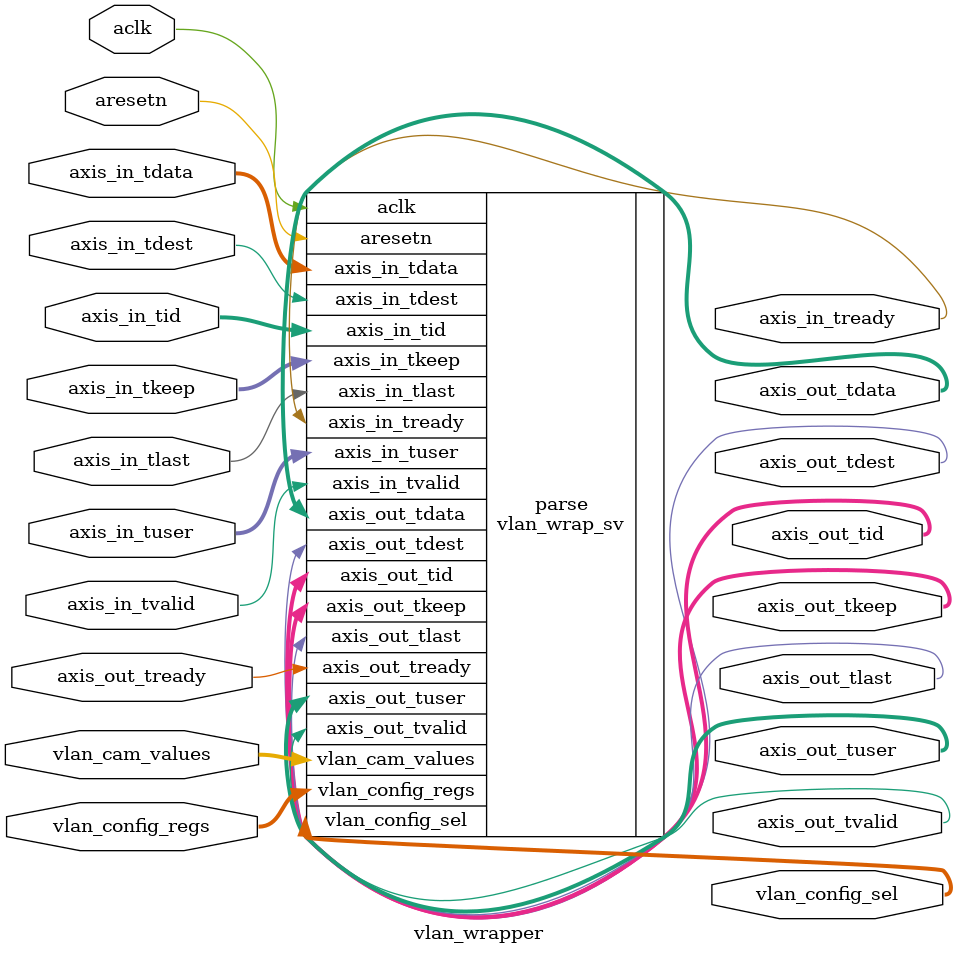
<source format=v>
`timescale 1ns / 1ps
`default_nettype none




`define VID_SIZE 16
`define ET_SIZE 16




//The VLAN Parser Module
module vlan_wrapper
#(
    //AXI Stream Params
    parameter AXIS_BUS_WIDTH = 64,
    parameter AXIS_ID_WIDTH = 4,
    parameter AXIS_DEST_WIDTH = 0,

    //Derived params for AXI Stream
    localparam NUM_BUS_BYTES = AXIS_BUS_WIDTH/8,
    localparam NUM_AXIS_ID = (2**AXIS_ID_WIDTH),

    localparam EFF_ID_WIDTH = (AXIS_ID_WIDTH < 1) ? 1 : AXIS_ID_WIDTH,
    localparam EFF_DEST_WIDTH = (AXIS_DEST_WIDTH < 1) ? 1 : AXIS_DEST_WIDTH,

    //Network Packet Params
    parameter MAX_PACKET_LENGTH = 1522,

    //Constants and Derived params for network packet
    localparam PACKET_LENGTH_CBITS = $clog2(MAX_PACKET_LENGTH+1),

    //Packed input signals size
    localparam VLAN_TUSER_IN_WIDTH = NUM_AXIS_ID + PACKET_LENGTH_CBITS + `ET_SIZE + 8,
    localparam VLAN_TUSER_OUT_WDITH = NUM_AXIS_ID + PACKET_LENGTH_CBITS + `ET_SIZE + 8,
    localparam VLAN_CONFIG_SEL_WIDTH = EFF_ID_WIDTH,
    localparam VLAN_CONFIG_REG_WIDTH = `VID_SIZE + 2,
    localparam VLAN_CAM_WIDTH = (`VID_SIZE + 1) * NUM_AXIS_ID,

    //Features to implement
    parameter INCLUDE_VLAN_ACL = 1,
    parameter INCLUDE_VLAN_CAM = 1,

    //Retiming register stages (to be modified until timing met)
    parameter RETIMING_STAGES = 0
)
(
    //Input AXI stream
    input wire [AXIS_BUS_WIDTH-1:0]       axis_in_tdata,
    input wire [((2**AXIS_ID_WIDTH)+$clog2(MAX_PACKET_LENGTH+1)+`ET_SIZE+8)-1:0] // [VLAN_TUSER_IN_WIDTH-1:0]
                                          axis_in_tuser,
    input wire [((AXIS_ID_WIDTH<1)?1:AXIS_ID_WIDTH)-1:0]        
                                          axis_in_tid,
    input wire [((AXIS_DEST_WIDTH<1)?1:AXIS_DEST_WIDTH)-1:0]
                                          axis_in_tdest, 
    input wire [(AXIS_BUS_WIDTH/8)-1:0]   axis_in_tkeep,
    input wire                            axis_in_tlast,
    input wire                            axis_in_tvalid,
    output wire                           axis_in_tready,
    
    //Output AXI stream
    output wire [AXIS_BUS_WIDTH-1:0]      axis_out_tdata,
    output wire [((2**AXIS_ID_WIDTH)+$clog2(MAX_PACKET_LENGTH+1)+`ET_SIZE+8)-1:0] // [VLAN_TUSER_OUT_WDITH-1:0] 
                                          axis_out_tuser,
    output wire [((AXIS_ID_WIDTH<1)?1:AXIS_ID_WIDTH)-1:0] 
                                          axis_out_tid,
    output wire [((AXIS_DEST_WIDTH<1)?1:AXIS_DEST_WIDTH)-1:0]
                                          axis_out_tdest, 
    output wire [(AXIS_BUS_WIDTH/8)-1:0]  axis_out_tkeep,
    output wire                           axis_out_tlast,
    output wire                           axis_out_tvalid,
    input wire                            axis_out_tready,

    //Configuration register inputs (used for ACL and CAM)
    output wire [((AXIS_ID_WIDTH<1)?1:AXIS_ID_WIDTH)-1:0]  
                                          vlan_config_sel,
    input wire [(`VID_SIZE+2)-1:0]        vlan_config_regs,
    input wire [((`VID_SIZE+1)*(2**AXIS_ID_WIDTH))-1:0]          
                                          vlan_cam_values,

    //Clocking
    input wire  aclk,
    input wire  aresetn
);



    vlan_wrap_sv
    #(
        .AXIS_BUS_WIDTH          (AXIS_BUS_WIDTH),
        .AXIS_ID_WIDTH           (AXIS_ID_WIDTH),
        .AXIS_DEST_WIDTH         (AXIS_DEST_WIDTH),
        .MAX_PACKET_LENGTH       (MAX_PACKET_LENGTH),
        .INCLUDE_VLAN_ACL        (INCLUDE_VLAN_ACL),
        .INCLUDE_VLAN_CAM        (INCLUDE_VLAN_CAM)  
    )
    parse
    (
        .axis_in_tdata (axis_in_tdata),
        .axis_in_tuser (axis_in_tuser),
        .axis_in_tid (axis_in_tid),
        .axis_in_tdest (axis_in_tdest), 
        .axis_in_tkeep (axis_in_tkeep),
        .axis_in_tlast (axis_in_tlast),
        .axis_in_tvalid (axis_in_tvalid),
        .axis_in_tready (axis_in_tready),
        
        .axis_out_tdata (axis_out_tdata),
        .axis_out_tuser (axis_out_tuser),
        .axis_out_tid (axis_out_tid),
        .axis_out_tdest (axis_out_tdest), 
        .axis_out_tkeep (axis_out_tkeep),
        .axis_out_tlast (axis_out_tlast),
        .axis_out_tvalid (axis_out_tvalid),
        .axis_out_tready (axis_out_tready),

        .vlan_config_sel (vlan_config_sel),
        .vlan_config_regs (vlan_config_regs),
        .vlan_cam_values (vlan_cam_values),

        .aclk (aclk),
        .aresetn (aresetn)
    );
    


endmodule

`default_nettype wire
</source>
